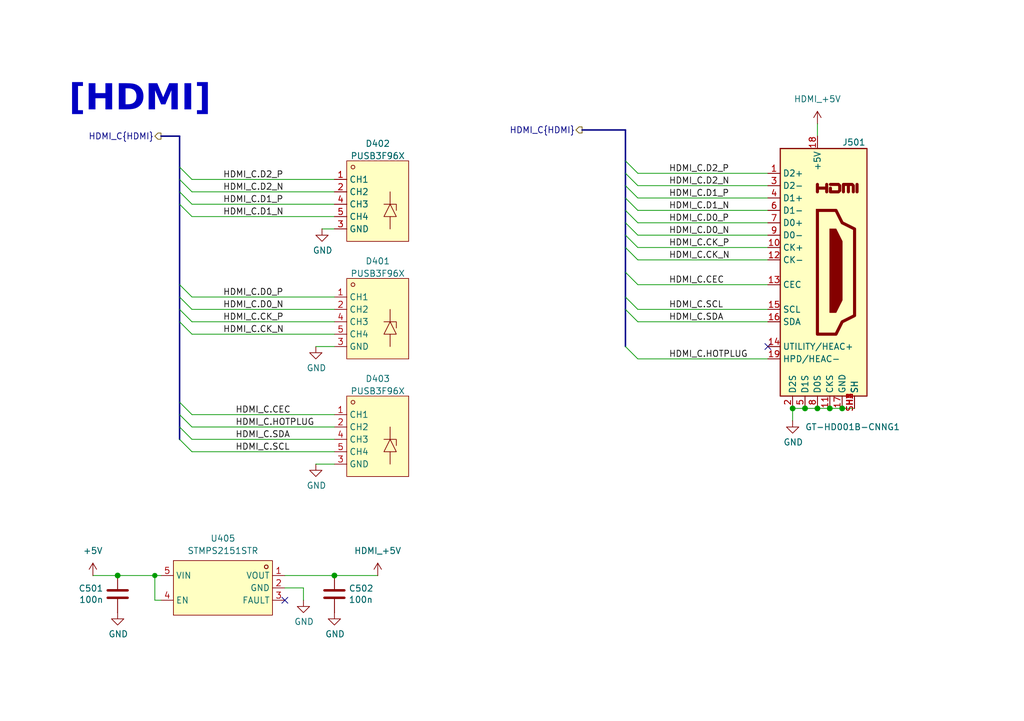
<source format=kicad_sch>
(kicad_sch (version 20250114) (generator "eeschema") (generator_version "9.0")
  (paper "A5")
  (title_block (title "CM5 MINIMA") (date "2024-12-17") (rev "2") (company "Pierluigi Colangeli"))
  (lib_symbols
    (symbol "CM5IO:HDMI_A_1.4"
      (property "Reference" "J" (at -6.35 26.67 0))
      (property "Value" "HDMI_A_1.4" (at 10.16 26.67 0))
      (symbol "HDMI_A_1.4_0_0"
        (polyline (pts (xy 0 16.51) (xy 0 18.034) (xy 0 17.272) (xy 1.905 17.272) (xy 1.905 18.034) (xy 1.905 16.51)) (stroke (width 0.635)))
        (polyline (pts (xy 2.667 18.034) (xy 4.318 18.034) (xy 4.572 17.78) (xy 4.572 16.764) (xy 4.318 16.51) (xy 2.667 16.51) (xy 2.667 17.272)) (stroke (width 0.635)))
        (polyline (pts (xy 8.128 16.51) (xy 8.128 18.034)) (stroke (width 0.635)))
        (pin passive line (at 7.62 -27.94 90) (length 2.54) (name "SH") (number "SH2"))
        (pin passive line (at 7.62 -27.94 90) (length 2.54) (name "SH") (number "SH3"))
        (pin passive line (at 7.62 -27.94 90) (length 2.54) (name "SH") (number "SH4"))
      )
      (symbol "HDMI_A_1.4_0_1"
        (rectangle (start -7.62 25.4) (end 10.16 -25.4) (stroke (width 0.254)) (fill (type background)))
        (polyline (pts (xy 0 12.7) (xy 0 -12.7) (xy 3.81 -12.7) (xy 5.08 -10.16) (xy 7.62 -8.89) (xy 7.62 8.89) (xy 5.08 10.16) (xy 3.81 12.7) (xy 0 12.7)) (stroke (width 0.635)))
        (polyline (pts (xy 2.54 8.89) (xy 3.81 8.89) (xy 5.08 6.35) (xy 5.08 -5.715) (xy 3.81 -8.255) (xy 2.54 -8.255) (xy 2.54 8.89)) (fill (type outline)))
        (polyline (pts (xy 5.334 16.51) (xy 5.334 18.034) (xy 6.35 18.034) (xy 6.35 16.51) (xy 6.35 18.034) (xy 7.112 18.034) (xy 7.366 17.78) (xy 7.366 16.51)) (stroke (width 0.635)))
      )
      (symbol "HDMI_A_1.4_1_1"
        (pin passive line (at -10.16 20.32 0) (length 2.54) (name "D2+") (number "1"))
        (pin passive line (at -10.16 17.78 0) (length 2.54) (name "D2-") (number "3"))
        (pin passive line (at -10.16 15.24 0) (length 2.54) (name "D1+") (number "4"))
        (pin passive line (at -10.16 12.7 0) (length 2.54) (name "D1-") (number "6"))
        (pin passive line (at -10.16 10.16 0) (length 2.54) (name "D0+") (number "7"))
        (pin passive line (at -10.16 7.62 0) (length 2.54) (name "D0-") (number "9"))
        (pin passive line (at -10.16 5.08 0) (length 2.54) (name "CK+") (number "10"))
        (pin passive line (at -10.16 2.54 0) (length 2.54) (name "CK-") (number "12"))
        (pin bidirectional line (at -10.16 -2.54 0) (length 2.54) (name "CEC") (number "13"))
        (pin passive line (at -10.16 -7.62 0) (length 2.54) (name "SCL") (number "15"))
        (pin bidirectional line (at -10.16 -10.16 0) (length 2.54) (name "SDA") (number "16"))
        (pin passive line (at -10.16 -15.24 0) (length 2.54) (name "UTILITY/HEAC+") (number "14"))
        (pin passive line (at -10.16 -17.78 0) (length 2.54) (name "HPD/HEAC-") (number "19"))
        (pin power_in line (at -5.08 -27.94 90) (length 2.54) (name "D2S") (number "2"))
        (pin power_in line (at -2.54 -27.94 90) (length 2.54) (name "D1S") (number "5"))
        (pin power_in line (at 0 27.94 270) (length 2.54) (name "+5V") (number "18"))
        (pin power_in line (at 0 -27.94 90) (length 2.54) (name "D0S") (number "8"))
        (pin power_in line (at 2.54 -27.94 90) (length 2.54) (name "CKS") (number "11"))
        (pin power_in line (at 5.08 -27.94 90) (length 2.54) (name "GND") (number "17"))
        (pin passive line (at 7.62 -27.94 90) (length 2.54) (name "SH") (number "SH1"))
      )
    )
    (symbol "Device:C" (pin_numbers (hide yes)) (pin_names (offset 0.254))
      (property "Reference" "C" (at 0.635 2.54 0))
      (property "Value" "C" (at 0.635 -2.54 0))
      (symbol "C_0_1"
        (polyline (pts (xy -2.032 0.762) (xy 2.032 0.762)) (stroke (width 0.508)))
        (polyline (pts (xy -2.032 -0.762) (xy 2.032 -0.762)) (stroke (width 0.508)))
      )
      (symbol "C_1_1"
        (pin passive line (at 0 3.81 270) (length 2.794) (name "~") (number "1"))
        (pin passive line (at 0 -3.81 90) (length 2.794) (name "~") (number "2"))
      )
    )
    (symbol "EasyEDA:STMPS2151STR"
      (property "Reference" "U405" (at 0 10.16 0))
      (property "Value" "STMPS2151STR" (at 0 7.62 0))
      (symbol "STMPS2151STR_0_1"
        (rectangle (start -10.16 5.59) (end 10.16 -5.59) (fill (type background)))
        (circle (center -8.89 4.32) (radius 0.38))
        (circle (center -8.89 4.32) (radius 0.38))
      )
      (symbol "STMPS2151STR_1_1"
        (pin power_out line (at -12.7 2.54 0) (length 2.54) (name "VOUT") (number "1"))
        (pin power_in line (at -12.7 0 0) (length 2.54) (name "GND") (number "2"))
        (pin output line (at -12.7 -2.54 0) (length 2.54) (name "FAULT") (number "3"))
        (pin power_in line (at 12.7 2.54 180) (length 2.54) (name "VIN") (number "5"))
        (pin input line (at 12.7 -2.54 180) (length 2.54) (name "EN") (number "4"))
      )
    )
    (symbol "PUSB3F96X_1"
      (property "Reference" "D402" (at 0 13.716 0))
      (property "Value" "PUSB3F96X" (at 0 11.176 0))
      (symbol "PUSB3F96X_1_0_1"
        (rectangle (start -6.35 10.16) (end 6.35 -6.35) (fill (type background)))
        (circle (center -5.08 8.89) (radius 0.38))
        (polyline (pts (xy 1.27 1.27) (xy 3.81 1.27) (xy 3.81 0)))
        (polyline (pts (xy 2.54 3.81) (xy 2.54 1.27) (xy 1.27 -1.27) (xy 3.81 -1.27) (xy 2.54 1.27)))
        (polyline (pts (xy 2.54 -1.27) (xy 2.54 -3.81)))
      )
      (symbol "PUSB3F96X_1_1_1"
        (pin passive line (at -8.89 6.35 0) (length 2.54) (name "CH1") (number "1"))
        (pin passive line (at -8.89 6.35 0) (length 2.54) (hide yes) (name "NC") (number "10"))
        (pin passive line (at -8.89 3.81 0) (length 2.54) (name "CH2") (number "2"))
        (pin passive line (at -8.89 3.81 0) (length 2.54) (hide yes) (name "NC") (number "9"))
        (pin passive line (at -8.89 1.27 0) (length 2.54) (name "CH3") (number "4"))
        (pin passive line (at -8.89 1.27 0) (length 2.54) (hide yes) (name "NC") (number "7"))
        (pin passive line (at -8.89 -1.27 0) (length 2.54) (name "CH4") (number "5"))
        (pin passive line (at -8.89 -1.27 0) (length 2.54) (hide yes) (name "NC") (number "6"))
        (pin passive line (at -8.89 -3.81 0) (length 2.54) (name "GND") (number "3"))
        (pin passive line (at -8.89 -3.81 0) (length 2.54) (hide yes) (name "GND") (number "8"))
      )
    )
    (symbol "power:+5V" (power) (pin_numbers (hide yes)) (pin_names (offset 0) (hide yes))
      (property "Value" "+5V" (at 0 3.556 0))
      (symbol "+5V_0_1"
        (polyline (pts (xy -0.762 1.27) (xy 0 2.54)))
        (polyline (pts (xy 0 2.54) (xy 0.762 1.27)))
        (polyline (pts (xy 0 0) (xy 0 2.54)))
      )
      (symbol "+5V_1_1"
        (pin power_in line (at 0 0 90) (length 0) (name "~") (number "1"))
      )
    )
    (symbol "power:GND" (power) (pin_numbers (hide yes)) (pin_names (offset 0) (hide yes))
      (property "Value" "GND" (at 0 -3.81 0))
      (symbol "GND_0_1"
        (polyline (pts (xy 0 0) (xy 0 -1.27) (xy 1.27 -1.27) (xy 0 -2.54) (xy -1.27 -1.27) (xy 0 -1.27)))
      )
      (symbol "GND_1_1"
        (pin power_in line (at 0 0 270) (length 0) (name "~") (number "1"))
      )
    )
  )
  (bus_alias "HDMI" (members "D0_P" "D0_N" "D1_P" "D1_N" "D2_P" "D2_N" "CK_P" "CK_N" "SCL" "HOTPLUG" "CEC" "SDA"))
  (text "[HDMI]" (at 28.702 21.844 0) (effects (font (size 5.27 5.27) (bold yes))))
  (junction (at 31.75 118.11))
  (junction (at 68.58 118.11) (diameter 1.016))
  (junction (at 162.56 83.82) (diameter 1.016))
  (junction (at 24.13 118.11) (diameter 1.016))
  (junction (at 167.64 83.82) (diameter 1.016))
  (junction (at 170.18 83.82) (diameter 1.016))
  (junction (at 172.72 83.82) (diameter 1.016))
  (junction (at 165.1 83.82) (diameter 1.016))
  (no_connect (at 58.42 123.19))
  (no_connect (at 157.48 71.12))
  (bus_entry (at 130.81 45.72) (size -2.54 -2.54))
  (bus_entry (at 39.37 44.45) (size -2.54 -2.54))
  (bus_entry (at 39.37 36.83) (size -2.54 -2.54))
  (bus_entry (at 130.81 66.04) (size -2.54 -2.54))
  (bus_entry (at 39.37 87.63) (size -2.54 -2.54))
  (bus_entry (at 130.81 53.34) (size -2.54 -2.54))
  (bus_entry (at 130.81 58.42) (size -2.54 -2.54))
  (bus_entry (at 39.37 39.37) (size -2.54 -2.54))
  (bus_entry (at 130.81 35.56) (size -2.54 -2.54))
  (bus_entry (at 39.37 66.04) (size -2.54 -2.54))
  (bus_entry (at 130.81 43.18) (size -2.54 -2.54))
  (bus_entry (at 39.37 90.17) (size -2.54 -2.54))
  (bus_entry (at 39.37 92.71) (size -2.54 -2.54))
  (bus_entry (at 39.37 63.5) (size -2.54 -2.54))
  (bus_entry (at 39.37 68.58) (size -2.54 -2.54))
  (bus_entry (at 130.81 73.66) (size -2.54 -2.54))
  (bus_entry (at 130.81 50.8) (size -2.54 -2.54))
  (bus_entry (at 130.81 63.5) (size -2.54 -2.54))
  (bus_entry (at 130.81 40.64) (size -2.54 -2.54))
  (bus_entry (at 39.37 85.09) (size -2.54 -2.54))
  (bus_entry (at 130.81 48.26) (size -2.54 -2.54))
  (bus_entry (at 130.81 38.1) (size -2.54 -2.54))
  (bus_entry (at 39.37 41.91) (size -2.54 -2.54))
  (bus_entry (at 39.37 60.96) (size -2.54 -2.54))
  (bus (pts (xy 33.02 27.94) (xy 36.83 27.94)))
  (wire (pts (xy 64.77 71.12) (xy 68.58 71.12)))
  (bus (pts (xy 119.38 26.67) (xy 128.27 26.67)))
  (wire (pts (xy 130.81 45.72) (xy 157.48 45.72)))
  (wire (pts (xy 130.81 66.04) (xy 157.48 66.04)))
  (wire (pts (xy 68.58 46.99) (xy 66.04 46.99)))
  (wire (pts (xy 58.42 118.11) (xy 68.58 118.11)))
  (wire (pts (xy 167.64 83.82) (xy 170.18 83.82)))
  (bus (pts (xy 36.83 60.96) (xy 36.83 58.42)))
  (bus (pts (xy 36.83 87.63) (xy 36.83 90.17)))
  (wire (pts (xy 165.1 83.82) (xy 167.64 83.82)))
  (wire (pts (xy 130.81 40.64) (xy 157.48 40.64)))
  (wire (pts (xy 130.81 48.26) (xy 157.48 48.26)))
  (bus (pts (xy 128.27 43.18) (xy 128.27 40.64)))
  (bus (pts (xy 128.27 40.64) (xy 128.27 38.1)))
  (wire (pts (xy 39.37 66.04) (xy 68.58 66.04)))
  (bus (pts (xy 36.83 85.09) (xy 36.83 82.55)))
  (wire (pts (xy 172.72 83.82) (xy 175.26 83.82)))
  (bus (pts (xy 128.27 55.88) (xy 128.27 50.8)))
  (bus (pts (xy 128.27 63.5) (xy 128.27 60.96)))
  (wire (pts (xy 39.37 85.09) (xy 68.58 85.09)))
  (wire (pts (xy 19.05 118.11) (xy 24.13 118.11)))
  (bus (pts (xy 36.83 63.5) (xy 36.83 60.96)))
  (wire (pts (xy 170.18 83.82) (xy 172.72 83.82)))
  (wire (pts (xy 68.58 118.11) (xy 77.47 118.11)))
  (wire (pts (xy 39.37 44.45) (xy 68.58 44.45)))
  (bus (pts (xy 128.27 60.96) (xy 128.27 55.88)))
  (wire (pts (xy 58.42 120.65) (xy 62.23 120.65)))
  (wire (pts (xy 39.37 41.91) (xy 68.58 41.91)))
  (wire (pts (xy 162.56 83.82) (xy 162.56 86.36)))
  (wire (pts (xy 31.75 123.19) (xy 31.75 118.11)))
  (bus (pts (xy 128.27 38.1) (xy 128.27 35.56)))
  (wire (pts (xy 39.37 63.5) (xy 68.58 63.5)))
  (wire (pts (xy 39.37 87.63) (xy 68.58 87.63)))
  (wire (pts (xy 130.81 35.56) (xy 157.48 35.56)))
  (wire (pts (xy 130.81 53.34) (xy 157.48 53.34)))
  (bus (pts (xy 36.83 66.04) (xy 36.83 63.5)))
  (wire (pts (xy 62.23 120.65) (xy 62.23 123.19)))
  (bus (pts (xy 128.27 33.02) (xy 128.27 26.67)))
  (wire (pts (xy 130.81 63.5) (xy 157.48 63.5)))
  (wire (pts (xy 39.37 90.17) (xy 68.58 90.17)))
  (wire (pts (xy 130.81 50.8) (xy 157.48 50.8)))
  (bus (pts (xy 128.27 50.8) (xy 128.27 48.26)))
  (wire (pts (xy 39.37 68.58) (xy 68.58 68.58)))
  (bus (pts (xy 36.83 39.37) (xy 36.83 36.83)))
  (bus (pts (xy 36.83 58.42) (xy 36.83 41.91)))
  (bus (pts (xy 128.27 35.56) (xy 128.27 33.02)))
  (wire (pts (xy 33.02 123.19) (xy 31.75 123.19)))
  (wire (pts (xy 64.77 95.25) (xy 68.58 95.25)))
  (bus (pts (xy 36.83 82.55) (xy 36.83 66.04)))
  (wire (pts (xy 39.37 92.71) (xy 68.58 92.71)))
  (bus (pts (xy 36.83 34.29) (xy 36.83 27.94)))
  (wire (pts (xy 130.81 58.42) (xy 157.48 58.42)))
  (wire (pts (xy 162.56 83.82) (xy 165.1 83.82)))
  (wire (pts (xy 31.75 118.11) (xy 33.02 118.11)))
  (wire (pts (xy 39.37 39.37) (xy 68.58 39.37)))
  (wire (pts (xy 167.64 25.4) (xy 167.64 27.94)))
  (bus (pts (xy 128.27 45.72) (xy 128.27 43.18)))
  (wire (pts (xy 39.37 60.96) (xy 68.58 60.96)))
  (wire (pts (xy 130.81 73.66) (xy 157.48 73.66)))
  (wire (pts (xy 24.13 118.11) (xy 31.75 118.11)))
  (bus (pts (xy 36.83 41.91) (xy 36.83 39.37)))
  (wire (pts (xy 130.81 38.1) (xy 157.48 38.1)))
  (wire (pts (xy 130.81 43.18) (xy 157.48 43.18)))
  (bus (pts (xy 128.27 71.12) (xy 128.27 63.5)))
  (bus (pts (xy 128.27 48.26) (xy 128.27 45.72)))
  (wire (pts (xy 39.37 36.83) (xy 68.58 36.83)))
  (bus (pts (xy 36.83 36.83) (xy 36.83 34.29)))
  (bus (pts (xy 36.83 85.09) (xy 36.83 87.63)))
  (label "HDMI_C.D0_N" (at 137.16 48.26 0))
  (label "HDMI_C.D1_N" (at 45.72 44.45 0))
  (label "HDMI_C.CEC" (at 137.16 58.42 0))
  (label "HDMI_C.D0_P" (at 45.72 60.96 0))
  (label "HDMI_C.D1_N" (at 137.16 43.18 0))
  (label "HDMI_C.D2_P" (at 137.16 35.56 0))
  (label "HDMI_C.SDA" (at 48.26 90.17 0))
  (label "HDMI_C.CK_N" (at 137.16 53.34 0))
  (label "HDMI_C.D1_P" (at 137.16 40.64 0))
  (label "HDMI_C.CEC" (at 48.26 85.09 0))
  (label "HDMI_C.CK_N" (at 45.72 68.58 0))
  (label "HDMI_C.D2_N" (at 137.16 38.1 0))
  (label "HDMI_C.D0_P" (at 137.16 45.72 0))
  (label "HDMI_C.HOTPLUG" (at 48.26 87.63 0))
  (label "HDMI_C.SDA" (at 137.16 66.04 0))
  (label "HDMI_C.CK_P" (at 45.72 66.04 0))
  (label "HDMI_C.D2_P" (at 45.72 36.83 0))
  (label "HDMI_C.SCL" (at 137.16 63.5 0))
  (label "HDMI_C.D0_N" (at 45.72 63.5 0))
  (label "HDMI_C.D1_P" (at 45.72 41.91 0))
  (label "HDMI_C.D2_N" (at 45.72 39.37 0))
  (label "HDMI_C.CK_P" (at 137.16 50.8 0))
  (label "HDMI_C.HOTPLUG" (at 137.16 73.66 0))
  (label "HDMI_C.SCL" (at 48.26 92.71 0))
  (hierarchical_label "HDMI_C{HDMI}" (shape output) (at 119.38 26.67 180))
  (hierarchical_label "HDMI_C{HDMI}" (shape output) (at 33.02 27.94 180))
  (symbol (lib_id "power:GND") (at 64.77 71.12 0) (unit 1)
    (property "Reference" "#PWR0402" (effects (hide yes)))
    (property "Value" "GND" (at 64.897 75.5142 0))
    (property "Description" "Power symbol creates a global label with name \"GND\" , ground" (effects (hide yes)))
  )
  (symbol (lib_id "power:+5V") (at 167.64 25.4 0) (unit 1)
    (property "Reference" "#PWR0410" (effects (hide yes)))
    (property "Value" "HDMI_+5V" (at 167.64 20.32 0))
    (property "Description" "Power symbol creates a global label with name \"+5V\"" (effects (hide yes)))
  )
  (symbol (lib_id "power:GND") (at 162.56 86.36 0) (unit 1)
    (property "Reference" "#PWR0501" (effects (hide yes)))
    (property "Value" "GND" (at 162.687 90.7542 0))
    (property "Description" "Power symbol creates a global label with name \"GND\" , ground" (effects (hide yes)))
  )
  (symbol (lib_name "PUSB3F96X_1") (lib_id "EasyEDA:PUSB3F96X") (at 77.47 67.31 0) (unit 1)
    (property "Reference" "D401" (at 77.47 53.594 0))
    (property "Value" "PUSB3F96X" (at 77.47 56.134 0))
    (property "Footprint" "EasyEDA:DFN2510A-10_L2.5-W1.0-P0.50-BL" (effects (hide yes)))
    (property "Datasheet" "https://lcsc.com/product-detail/Diodes-ESD_Nexperia-PUSB3F96_C478121.html" (effects (hide yes)))
    (property "LCSC Part" "C478121" (effects (hide yes)))
  )
  (symbol (lib_id "power:+5V") (at 19.05 118.11 0) (unit 1)
    (property "Reference" "#PWR0408" (effects (hide yes)))
    (property "Value" "+5V" (at 19.05 113.03 0))
    (property "Description" "Power symbol creates a global label with name \"+5V\"" (effects (hide yes)))
  )
  (symbol (lib_id "power:+5V") (at 77.47 118.11 0) (unit 1)
    (property "Reference" "#PWR0409" (effects (hide yes)))
    (property "Value" "HDMI_+5V" (at 77.47 113.03 0))
    (property "Description" "Power symbol creates a global label with name \"+5V\"" (effects (hide yes)))
  )
  (symbol (lib_id "power:GND") (at 68.58 125.73 0) (unit 1)
    (property "Reference" "#PWR0504" (effects (hide yes)))
    (property "Value" "GND" (at 68.707 130.1242 0))
    (property "Description" "Power symbol creates a global label with name \"GND\" , ground" (effects (hide yes)))
  )
  (symbol (lib_id "Device:C") (at 24.13 121.92 0) (mirror y) (unit 1)
    (property "Reference" "C501" (at 21.209 120.7516 0) (effects (justify left)))
    (property "Value" "100n" (at 21.209 123.063 0) (effects (justify left)))
    (property "Footprint" "Capacitor_SMD:C_0402_1005Metric" (effects (hide yes)))
    (property "Datasheet" "https://search.murata.co.jp/Ceramy/image/img/A01X/G101/ENG/GRM155R71C104KA88-01.pdf" (effects (hide yes)))
    (property "Field4" "Farnell" (effects (hide yes)))
    (property "Field5" "2611911" (effects (hide yes)))
    (property "Field6" "RM EMK105 B7104KV-F" (effects (hide yes)))
    (property "Field7" "TAIYO YUDEN EUROPE GMBH" (effects (hide yes)))
    (property "Part Description" "	0.1uF 10% 16V Ceramic Capacitor X7R 0402 (1005 Metric)" (effects (hide yes)))
    (property "Field8" "110091611" (effects (hide yes)))
  )
  (symbol (lib_id "power:GND") (at 64.77 95.25 0) (unit 1)
    (property "Reference" "#PWR0403" (effects (hide yes)))
    (property "Value" "GND" (at 64.897 99.6442 0))
    (property "Description" "Power symbol creates a global label with name \"GND\" , ground" (effects (hide yes)))
  )
  (symbol (lib_id "power:GND") (at 24.13 125.73 0) (unit 1)
    (property "Reference" "#PWR0502" (effects (hide yes)))
    (property "Value" "GND" (at 24.257 130.1242 0))
    (property "Description" "Power symbol creates a global label with name \"GND\" , ground" (effects (hide yes)))
  )
  (symbol (lib_id "CM5IO:HDMI_A_1.4") (at 167.64 55.88 0) (unit 1)
    (property "Reference" "J501" (at 172.72 29.21 0) (effects (justify left)))
    (property "Value" "GT-HD001B-CNNG1" (at 165.1 87.63 0) (effects (justify left)))
    (property "Footprint" "CM5IO:EDAC 690-019-298-412" (effects (hide yes)))
    (property "Datasheet" "https://www.tme.eu/Document/f15dffbcfad8545e17826f72d36911c8/206A-SEAN-R03.pdf" (effects (hide yes)))
    (property "Part Description" "HDMI Connector, Right Angle, 19 Contacts, Receptacle, Surface Mount, Surface Mount Right Angle" (effects (hide yes)))
  )
  (symbol (lib_name "PUSB3F96X_1") (lib_id "EasyEDA:PUSB3F96X") (at 77.47 43.18 0) (unit 1)
    (property "Reference" "D402" (at 77.47 29.464 0))
    (property "Value" "PUSB3F96X" (at 77.47 32.004 0))
    (property "Footprint" "EasyEDA:DFN2510A-10_L2.5-W1.0-P0.50-BL" (effects (hide yes)))
    (property "Datasheet" "https://lcsc.com/product-detail/Diodes-ESD_Nexperia-PUSB3F96_C478121.html" (effects (hide yes)))
    (property "LCSC Part" "C478121" (effects (hide yes)))
  )
  (symbol (lib_id "EasyEDA:STMPS2151STR") (at 45.72 120.65 0) (mirror y) (unit 1)
    (property "Reference" "U405" (at 45.72 110.49 0))
    (property "Value" "STMPS2151STR" (at 45.72 113.03 0))
    (property "Footprint" "Package_TO_SOT_SMD:SOT-23-5" (effects (hide yes)))
    (property "Datasheet" "https://lcsc.com/product-detail/PMIC-Power-Distribution-Switches_STMicroelectronics_STMPS2151STR_STMPS2151STR_C135998.html" (effects (hide yes)))
    (property "LCSC Part" "C135998" (effects (hide yes)))
  )
  (symbol (lib_id "power:GND") (at 62.23 123.19 0) (unit 1)
    (property "Reference" "#PWR0503" (effects (hide yes)))
    (property "Value" "GND" (at 62.357 127.5842 0))
    (property "Description" "Power symbol creates a global label with name \"GND\" , ground" (effects (hide yes)))
  )
  (symbol (lib_id "power:GND") (at 66.04 46.99 0) (unit 1)
    (property "Reference" "#PWR0401" (effects (hide yes)))
    (property "Value" "GND" (at 66.167 51.3842 0))
    (property "Description" "Power symbol creates a global label with name \"GND\" , ground" (effects (hide yes)))
  )
  (symbol (lib_name "PUSB3F96X_1") (lib_id "EasyEDA:PUSB3F96X") (at 77.47 91.44 0) (unit 1)
    (property "Reference" "D403" (at 77.47 77.724 0))
    (property "Value" "PUSB3F96X" (at 77.47 80.264 0))
    (property "Footprint" "EasyEDA:DFN2510A-10_L2.5-W1.0-P0.50-BL" (effects (hide yes)))
    (property "Datasheet" "https://lcsc.com/product-detail/Diodes-ESD_Nexperia-PUSB3F96_C478121.html" (effects (hide yes)))
    (property "LCSC Part" "C478121" (effects (hide yes)))
  )
  (symbol (lib_id "Device:C") (at 68.58 121.92 0) (unit 1)
    (property "Reference" "C502" (at 71.501 120.7516 0) (effects (justify left)))
    (property "Value" "100n" (at 71.501 123.063 0) (effects (justify left)))
    (property "Footprint" "Capacitor_SMD:C_0402_1005Metric" (effects (hide yes)))
    (property "Datasheet" "https://search.murata.co.jp/Ceramy/image/img/A01X/G101/ENG/GRM155R71C104KA88-01.pdf" (effects (hide yes)))
    (property "Field4" "Farnell" (effects (hide yes)))
    (property "Field5" "2611911" (effects (hide yes)))
    (property "Field6" "RM EMK105 B7104KV-F" (effects (hide yes)))
    (property "Field7" "TAIYO YUDEN EUROPE GMBH" (effects (hide yes)))
    (property "Part Description" "	0.1uF 10% 16V Ceramic Capacitor X7R 0402 (1005 Metric)" (effects (hide yes)))
    (property "Field8" "110091611" (effects (hide yes)))
  )
)
</source>
